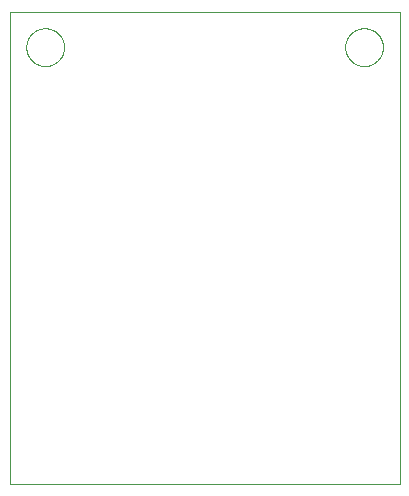
<source format=gko>
G75*
%MOIN*%
%OFA0B0*%
%FSLAX25Y25*%
%IPPOS*%
%LPD*%
%AMOC8*
5,1,8,0,0,1.08239X$1,22.5*
%
%ADD10C,0.00000*%
D10*
X0014295Y0008409D02*
X0014295Y0165890D01*
X0144216Y0165890D01*
X0144216Y0008409D01*
X0014295Y0008409D01*
X0019807Y0154079D02*
X0019809Y0154237D01*
X0019815Y0154395D01*
X0019825Y0154553D01*
X0019839Y0154711D01*
X0019857Y0154868D01*
X0019878Y0155025D01*
X0019904Y0155181D01*
X0019934Y0155337D01*
X0019967Y0155492D01*
X0020005Y0155645D01*
X0020046Y0155798D01*
X0020091Y0155950D01*
X0020140Y0156101D01*
X0020193Y0156250D01*
X0020249Y0156398D01*
X0020309Y0156544D01*
X0020373Y0156689D01*
X0020441Y0156832D01*
X0020512Y0156974D01*
X0020586Y0157114D01*
X0020664Y0157251D01*
X0020746Y0157387D01*
X0020830Y0157521D01*
X0020919Y0157652D01*
X0021010Y0157781D01*
X0021105Y0157908D01*
X0021202Y0158033D01*
X0021303Y0158155D01*
X0021407Y0158274D01*
X0021514Y0158391D01*
X0021624Y0158505D01*
X0021737Y0158616D01*
X0021852Y0158725D01*
X0021970Y0158830D01*
X0022091Y0158932D01*
X0022214Y0159032D01*
X0022340Y0159128D01*
X0022468Y0159221D01*
X0022598Y0159311D01*
X0022731Y0159397D01*
X0022866Y0159481D01*
X0023002Y0159560D01*
X0023141Y0159637D01*
X0023282Y0159709D01*
X0023424Y0159779D01*
X0023568Y0159844D01*
X0023714Y0159906D01*
X0023861Y0159964D01*
X0024010Y0160019D01*
X0024160Y0160070D01*
X0024311Y0160117D01*
X0024463Y0160160D01*
X0024616Y0160199D01*
X0024771Y0160235D01*
X0024926Y0160266D01*
X0025082Y0160294D01*
X0025238Y0160318D01*
X0025395Y0160338D01*
X0025553Y0160354D01*
X0025710Y0160366D01*
X0025869Y0160374D01*
X0026027Y0160378D01*
X0026185Y0160378D01*
X0026343Y0160374D01*
X0026502Y0160366D01*
X0026659Y0160354D01*
X0026817Y0160338D01*
X0026974Y0160318D01*
X0027130Y0160294D01*
X0027286Y0160266D01*
X0027441Y0160235D01*
X0027596Y0160199D01*
X0027749Y0160160D01*
X0027901Y0160117D01*
X0028052Y0160070D01*
X0028202Y0160019D01*
X0028351Y0159964D01*
X0028498Y0159906D01*
X0028644Y0159844D01*
X0028788Y0159779D01*
X0028930Y0159709D01*
X0029071Y0159637D01*
X0029210Y0159560D01*
X0029346Y0159481D01*
X0029481Y0159397D01*
X0029614Y0159311D01*
X0029744Y0159221D01*
X0029872Y0159128D01*
X0029998Y0159032D01*
X0030121Y0158932D01*
X0030242Y0158830D01*
X0030360Y0158725D01*
X0030475Y0158616D01*
X0030588Y0158505D01*
X0030698Y0158391D01*
X0030805Y0158274D01*
X0030909Y0158155D01*
X0031010Y0158033D01*
X0031107Y0157908D01*
X0031202Y0157781D01*
X0031293Y0157652D01*
X0031382Y0157521D01*
X0031466Y0157387D01*
X0031548Y0157251D01*
X0031626Y0157114D01*
X0031700Y0156974D01*
X0031771Y0156832D01*
X0031839Y0156689D01*
X0031903Y0156544D01*
X0031963Y0156398D01*
X0032019Y0156250D01*
X0032072Y0156101D01*
X0032121Y0155950D01*
X0032166Y0155798D01*
X0032207Y0155645D01*
X0032245Y0155492D01*
X0032278Y0155337D01*
X0032308Y0155181D01*
X0032334Y0155025D01*
X0032355Y0154868D01*
X0032373Y0154711D01*
X0032387Y0154553D01*
X0032397Y0154395D01*
X0032403Y0154237D01*
X0032405Y0154079D01*
X0032403Y0153921D01*
X0032397Y0153763D01*
X0032387Y0153605D01*
X0032373Y0153447D01*
X0032355Y0153290D01*
X0032334Y0153133D01*
X0032308Y0152977D01*
X0032278Y0152821D01*
X0032245Y0152666D01*
X0032207Y0152513D01*
X0032166Y0152360D01*
X0032121Y0152208D01*
X0032072Y0152057D01*
X0032019Y0151908D01*
X0031963Y0151760D01*
X0031903Y0151614D01*
X0031839Y0151469D01*
X0031771Y0151326D01*
X0031700Y0151184D01*
X0031626Y0151044D01*
X0031548Y0150907D01*
X0031466Y0150771D01*
X0031382Y0150637D01*
X0031293Y0150506D01*
X0031202Y0150377D01*
X0031107Y0150250D01*
X0031010Y0150125D01*
X0030909Y0150003D01*
X0030805Y0149884D01*
X0030698Y0149767D01*
X0030588Y0149653D01*
X0030475Y0149542D01*
X0030360Y0149433D01*
X0030242Y0149328D01*
X0030121Y0149226D01*
X0029998Y0149126D01*
X0029872Y0149030D01*
X0029744Y0148937D01*
X0029614Y0148847D01*
X0029481Y0148761D01*
X0029346Y0148677D01*
X0029210Y0148598D01*
X0029071Y0148521D01*
X0028930Y0148449D01*
X0028788Y0148379D01*
X0028644Y0148314D01*
X0028498Y0148252D01*
X0028351Y0148194D01*
X0028202Y0148139D01*
X0028052Y0148088D01*
X0027901Y0148041D01*
X0027749Y0147998D01*
X0027596Y0147959D01*
X0027441Y0147923D01*
X0027286Y0147892D01*
X0027130Y0147864D01*
X0026974Y0147840D01*
X0026817Y0147820D01*
X0026659Y0147804D01*
X0026502Y0147792D01*
X0026343Y0147784D01*
X0026185Y0147780D01*
X0026027Y0147780D01*
X0025869Y0147784D01*
X0025710Y0147792D01*
X0025553Y0147804D01*
X0025395Y0147820D01*
X0025238Y0147840D01*
X0025082Y0147864D01*
X0024926Y0147892D01*
X0024771Y0147923D01*
X0024616Y0147959D01*
X0024463Y0147998D01*
X0024311Y0148041D01*
X0024160Y0148088D01*
X0024010Y0148139D01*
X0023861Y0148194D01*
X0023714Y0148252D01*
X0023568Y0148314D01*
X0023424Y0148379D01*
X0023282Y0148449D01*
X0023141Y0148521D01*
X0023002Y0148598D01*
X0022866Y0148677D01*
X0022731Y0148761D01*
X0022598Y0148847D01*
X0022468Y0148937D01*
X0022340Y0149030D01*
X0022214Y0149126D01*
X0022091Y0149226D01*
X0021970Y0149328D01*
X0021852Y0149433D01*
X0021737Y0149542D01*
X0021624Y0149653D01*
X0021514Y0149767D01*
X0021407Y0149884D01*
X0021303Y0150003D01*
X0021202Y0150125D01*
X0021105Y0150250D01*
X0021010Y0150377D01*
X0020919Y0150506D01*
X0020830Y0150637D01*
X0020746Y0150771D01*
X0020664Y0150907D01*
X0020586Y0151044D01*
X0020512Y0151184D01*
X0020441Y0151326D01*
X0020373Y0151469D01*
X0020309Y0151614D01*
X0020249Y0151760D01*
X0020193Y0151908D01*
X0020140Y0152057D01*
X0020091Y0152208D01*
X0020046Y0152360D01*
X0020005Y0152513D01*
X0019967Y0152666D01*
X0019934Y0152821D01*
X0019904Y0152977D01*
X0019878Y0153133D01*
X0019857Y0153290D01*
X0019839Y0153447D01*
X0019825Y0153605D01*
X0019815Y0153763D01*
X0019809Y0153921D01*
X0019807Y0154079D01*
X0126106Y0154079D02*
X0126108Y0154237D01*
X0126114Y0154395D01*
X0126124Y0154553D01*
X0126138Y0154711D01*
X0126156Y0154868D01*
X0126177Y0155025D01*
X0126203Y0155181D01*
X0126233Y0155337D01*
X0126266Y0155492D01*
X0126304Y0155645D01*
X0126345Y0155798D01*
X0126390Y0155950D01*
X0126439Y0156101D01*
X0126492Y0156250D01*
X0126548Y0156398D01*
X0126608Y0156544D01*
X0126672Y0156689D01*
X0126740Y0156832D01*
X0126811Y0156974D01*
X0126885Y0157114D01*
X0126963Y0157251D01*
X0127045Y0157387D01*
X0127129Y0157521D01*
X0127218Y0157652D01*
X0127309Y0157781D01*
X0127404Y0157908D01*
X0127501Y0158033D01*
X0127602Y0158155D01*
X0127706Y0158274D01*
X0127813Y0158391D01*
X0127923Y0158505D01*
X0128036Y0158616D01*
X0128151Y0158725D01*
X0128269Y0158830D01*
X0128390Y0158932D01*
X0128513Y0159032D01*
X0128639Y0159128D01*
X0128767Y0159221D01*
X0128897Y0159311D01*
X0129030Y0159397D01*
X0129165Y0159481D01*
X0129301Y0159560D01*
X0129440Y0159637D01*
X0129581Y0159709D01*
X0129723Y0159779D01*
X0129867Y0159844D01*
X0130013Y0159906D01*
X0130160Y0159964D01*
X0130309Y0160019D01*
X0130459Y0160070D01*
X0130610Y0160117D01*
X0130762Y0160160D01*
X0130915Y0160199D01*
X0131070Y0160235D01*
X0131225Y0160266D01*
X0131381Y0160294D01*
X0131537Y0160318D01*
X0131694Y0160338D01*
X0131852Y0160354D01*
X0132009Y0160366D01*
X0132168Y0160374D01*
X0132326Y0160378D01*
X0132484Y0160378D01*
X0132642Y0160374D01*
X0132801Y0160366D01*
X0132958Y0160354D01*
X0133116Y0160338D01*
X0133273Y0160318D01*
X0133429Y0160294D01*
X0133585Y0160266D01*
X0133740Y0160235D01*
X0133895Y0160199D01*
X0134048Y0160160D01*
X0134200Y0160117D01*
X0134351Y0160070D01*
X0134501Y0160019D01*
X0134650Y0159964D01*
X0134797Y0159906D01*
X0134943Y0159844D01*
X0135087Y0159779D01*
X0135229Y0159709D01*
X0135370Y0159637D01*
X0135509Y0159560D01*
X0135645Y0159481D01*
X0135780Y0159397D01*
X0135913Y0159311D01*
X0136043Y0159221D01*
X0136171Y0159128D01*
X0136297Y0159032D01*
X0136420Y0158932D01*
X0136541Y0158830D01*
X0136659Y0158725D01*
X0136774Y0158616D01*
X0136887Y0158505D01*
X0136997Y0158391D01*
X0137104Y0158274D01*
X0137208Y0158155D01*
X0137309Y0158033D01*
X0137406Y0157908D01*
X0137501Y0157781D01*
X0137592Y0157652D01*
X0137681Y0157521D01*
X0137765Y0157387D01*
X0137847Y0157251D01*
X0137925Y0157114D01*
X0137999Y0156974D01*
X0138070Y0156832D01*
X0138138Y0156689D01*
X0138202Y0156544D01*
X0138262Y0156398D01*
X0138318Y0156250D01*
X0138371Y0156101D01*
X0138420Y0155950D01*
X0138465Y0155798D01*
X0138506Y0155645D01*
X0138544Y0155492D01*
X0138577Y0155337D01*
X0138607Y0155181D01*
X0138633Y0155025D01*
X0138654Y0154868D01*
X0138672Y0154711D01*
X0138686Y0154553D01*
X0138696Y0154395D01*
X0138702Y0154237D01*
X0138704Y0154079D01*
X0138702Y0153921D01*
X0138696Y0153763D01*
X0138686Y0153605D01*
X0138672Y0153447D01*
X0138654Y0153290D01*
X0138633Y0153133D01*
X0138607Y0152977D01*
X0138577Y0152821D01*
X0138544Y0152666D01*
X0138506Y0152513D01*
X0138465Y0152360D01*
X0138420Y0152208D01*
X0138371Y0152057D01*
X0138318Y0151908D01*
X0138262Y0151760D01*
X0138202Y0151614D01*
X0138138Y0151469D01*
X0138070Y0151326D01*
X0137999Y0151184D01*
X0137925Y0151044D01*
X0137847Y0150907D01*
X0137765Y0150771D01*
X0137681Y0150637D01*
X0137592Y0150506D01*
X0137501Y0150377D01*
X0137406Y0150250D01*
X0137309Y0150125D01*
X0137208Y0150003D01*
X0137104Y0149884D01*
X0136997Y0149767D01*
X0136887Y0149653D01*
X0136774Y0149542D01*
X0136659Y0149433D01*
X0136541Y0149328D01*
X0136420Y0149226D01*
X0136297Y0149126D01*
X0136171Y0149030D01*
X0136043Y0148937D01*
X0135913Y0148847D01*
X0135780Y0148761D01*
X0135645Y0148677D01*
X0135509Y0148598D01*
X0135370Y0148521D01*
X0135229Y0148449D01*
X0135087Y0148379D01*
X0134943Y0148314D01*
X0134797Y0148252D01*
X0134650Y0148194D01*
X0134501Y0148139D01*
X0134351Y0148088D01*
X0134200Y0148041D01*
X0134048Y0147998D01*
X0133895Y0147959D01*
X0133740Y0147923D01*
X0133585Y0147892D01*
X0133429Y0147864D01*
X0133273Y0147840D01*
X0133116Y0147820D01*
X0132958Y0147804D01*
X0132801Y0147792D01*
X0132642Y0147784D01*
X0132484Y0147780D01*
X0132326Y0147780D01*
X0132168Y0147784D01*
X0132009Y0147792D01*
X0131852Y0147804D01*
X0131694Y0147820D01*
X0131537Y0147840D01*
X0131381Y0147864D01*
X0131225Y0147892D01*
X0131070Y0147923D01*
X0130915Y0147959D01*
X0130762Y0147998D01*
X0130610Y0148041D01*
X0130459Y0148088D01*
X0130309Y0148139D01*
X0130160Y0148194D01*
X0130013Y0148252D01*
X0129867Y0148314D01*
X0129723Y0148379D01*
X0129581Y0148449D01*
X0129440Y0148521D01*
X0129301Y0148598D01*
X0129165Y0148677D01*
X0129030Y0148761D01*
X0128897Y0148847D01*
X0128767Y0148937D01*
X0128639Y0149030D01*
X0128513Y0149126D01*
X0128390Y0149226D01*
X0128269Y0149328D01*
X0128151Y0149433D01*
X0128036Y0149542D01*
X0127923Y0149653D01*
X0127813Y0149767D01*
X0127706Y0149884D01*
X0127602Y0150003D01*
X0127501Y0150125D01*
X0127404Y0150250D01*
X0127309Y0150377D01*
X0127218Y0150506D01*
X0127129Y0150637D01*
X0127045Y0150771D01*
X0126963Y0150907D01*
X0126885Y0151044D01*
X0126811Y0151184D01*
X0126740Y0151326D01*
X0126672Y0151469D01*
X0126608Y0151614D01*
X0126548Y0151760D01*
X0126492Y0151908D01*
X0126439Y0152057D01*
X0126390Y0152208D01*
X0126345Y0152360D01*
X0126304Y0152513D01*
X0126266Y0152666D01*
X0126233Y0152821D01*
X0126203Y0152977D01*
X0126177Y0153133D01*
X0126156Y0153290D01*
X0126138Y0153447D01*
X0126124Y0153605D01*
X0126114Y0153763D01*
X0126108Y0153921D01*
X0126106Y0154079D01*
M02*

</source>
